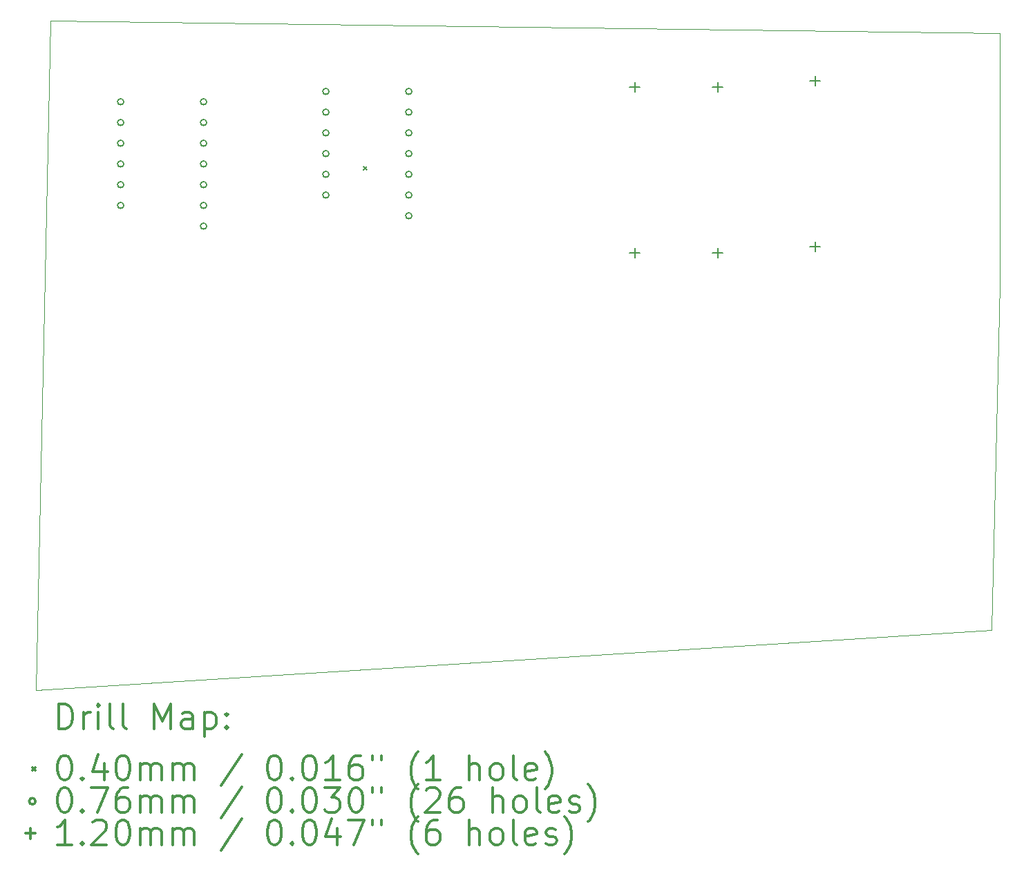
<source format=gbr>
%FSLAX45Y45*%
G04 Gerber Fmt 4.5, Leading zero omitted, Abs format (unit mm)*
G04 Created by KiCad (PCBNEW (5.1.9)-1) date 2021-10-21 17:44:24*
%MOMM*%
%LPD*%
G01*
G04 APERTURE LIST*
%TA.AperFunction,Profile*%
%ADD10C,0.050000*%
%TD*%
%ADD11C,0.200000*%
%ADD12C,0.300000*%
G04 APERTURE END LIST*
D10*
X21717000Y-11252200D02*
X21818600Y-7010400D01*
X10007600Y-11988800D02*
X21717000Y-11252200D01*
X10185400Y-3784600D02*
X10007600Y-11988800D01*
X21818600Y-3937000D02*
X10185400Y-3784600D01*
X21818600Y-7010400D02*
X21818600Y-3937000D01*
D11*
X14026200Y-5568000D02*
X14066200Y-5608000D01*
X14066200Y-5568000D02*
X14026200Y-5608000D01*
X11087100Y-4775200D02*
G75*
G03*
X11087100Y-4775200I-38100J0D01*
G01*
X11087100Y-5029200D02*
G75*
G03*
X11087100Y-5029200I-38100J0D01*
G01*
X11087100Y-5283200D02*
G75*
G03*
X11087100Y-5283200I-38100J0D01*
G01*
X11087100Y-5537200D02*
G75*
G03*
X11087100Y-5537200I-38100J0D01*
G01*
X11087100Y-5791200D02*
G75*
G03*
X11087100Y-5791200I-38100J0D01*
G01*
X11087100Y-6045200D02*
G75*
G03*
X11087100Y-6045200I-38100J0D01*
G01*
X12103100Y-4775200D02*
G75*
G03*
X12103100Y-4775200I-38100J0D01*
G01*
X12103100Y-5029200D02*
G75*
G03*
X12103100Y-5029200I-38100J0D01*
G01*
X12103100Y-5283200D02*
G75*
G03*
X12103100Y-5283200I-38100J0D01*
G01*
X12103100Y-5537200D02*
G75*
G03*
X12103100Y-5537200I-38100J0D01*
G01*
X12103100Y-5791200D02*
G75*
G03*
X12103100Y-5791200I-38100J0D01*
G01*
X12103100Y-6045200D02*
G75*
G03*
X12103100Y-6045200I-38100J0D01*
G01*
X12103100Y-6299200D02*
G75*
G03*
X12103100Y-6299200I-38100J0D01*
G01*
X13601700Y-4648200D02*
G75*
G03*
X13601700Y-4648200I-38100J0D01*
G01*
X13601700Y-4902200D02*
G75*
G03*
X13601700Y-4902200I-38100J0D01*
G01*
X13601700Y-5156200D02*
G75*
G03*
X13601700Y-5156200I-38100J0D01*
G01*
X13601700Y-5410200D02*
G75*
G03*
X13601700Y-5410200I-38100J0D01*
G01*
X13601700Y-5664200D02*
G75*
G03*
X13601700Y-5664200I-38100J0D01*
G01*
X13601700Y-5918200D02*
G75*
G03*
X13601700Y-5918200I-38100J0D01*
G01*
X14617700Y-4648200D02*
G75*
G03*
X14617700Y-4648200I-38100J0D01*
G01*
X14617700Y-4902200D02*
G75*
G03*
X14617700Y-4902200I-38100J0D01*
G01*
X14617700Y-5156200D02*
G75*
G03*
X14617700Y-5156200I-38100J0D01*
G01*
X14617700Y-5410200D02*
G75*
G03*
X14617700Y-5410200I-38100J0D01*
G01*
X14617700Y-5664200D02*
G75*
G03*
X14617700Y-5664200I-38100J0D01*
G01*
X14617700Y-5918200D02*
G75*
G03*
X14617700Y-5918200I-38100J0D01*
G01*
X14617700Y-6172200D02*
G75*
G03*
X14617700Y-6172200I-38100J0D01*
G01*
X17348200Y-4537400D02*
X17348200Y-4657400D01*
X17288200Y-4597400D02*
X17408200Y-4597400D01*
X17348200Y-6569400D02*
X17348200Y-6689400D01*
X17288200Y-6629400D02*
X17408200Y-6629400D01*
X18364200Y-4537400D02*
X18364200Y-4657400D01*
X18304200Y-4597400D02*
X18424200Y-4597400D01*
X18364200Y-6569400D02*
X18364200Y-6689400D01*
X18304200Y-6629400D02*
X18424200Y-6629400D01*
X19558000Y-4461200D02*
X19558000Y-4581200D01*
X19498000Y-4521200D02*
X19618000Y-4521200D01*
X19558000Y-6493200D02*
X19558000Y-6613200D01*
X19498000Y-6553200D02*
X19618000Y-6553200D01*
D12*
X10291528Y-12457014D02*
X10291528Y-12157014D01*
X10362957Y-12157014D01*
X10405814Y-12171300D01*
X10434386Y-12199871D01*
X10448671Y-12228443D01*
X10462957Y-12285586D01*
X10462957Y-12328443D01*
X10448671Y-12385586D01*
X10434386Y-12414157D01*
X10405814Y-12442729D01*
X10362957Y-12457014D01*
X10291528Y-12457014D01*
X10591528Y-12457014D02*
X10591528Y-12257014D01*
X10591528Y-12314157D02*
X10605814Y-12285586D01*
X10620100Y-12271300D01*
X10648671Y-12257014D01*
X10677243Y-12257014D01*
X10777243Y-12457014D02*
X10777243Y-12257014D01*
X10777243Y-12157014D02*
X10762957Y-12171300D01*
X10777243Y-12185586D01*
X10791528Y-12171300D01*
X10777243Y-12157014D01*
X10777243Y-12185586D01*
X10962957Y-12457014D02*
X10934386Y-12442729D01*
X10920100Y-12414157D01*
X10920100Y-12157014D01*
X11120100Y-12457014D02*
X11091528Y-12442729D01*
X11077243Y-12414157D01*
X11077243Y-12157014D01*
X11462957Y-12457014D02*
X11462957Y-12157014D01*
X11562957Y-12371300D01*
X11662957Y-12157014D01*
X11662957Y-12457014D01*
X11934386Y-12457014D02*
X11934386Y-12299871D01*
X11920100Y-12271300D01*
X11891528Y-12257014D01*
X11834386Y-12257014D01*
X11805814Y-12271300D01*
X11934386Y-12442729D02*
X11905814Y-12457014D01*
X11834386Y-12457014D01*
X11805814Y-12442729D01*
X11791528Y-12414157D01*
X11791528Y-12385586D01*
X11805814Y-12357014D01*
X11834386Y-12342729D01*
X11905814Y-12342729D01*
X11934386Y-12328443D01*
X12077243Y-12257014D02*
X12077243Y-12557014D01*
X12077243Y-12271300D02*
X12105814Y-12257014D01*
X12162957Y-12257014D01*
X12191528Y-12271300D01*
X12205814Y-12285586D01*
X12220100Y-12314157D01*
X12220100Y-12399871D01*
X12205814Y-12428443D01*
X12191528Y-12442729D01*
X12162957Y-12457014D01*
X12105814Y-12457014D01*
X12077243Y-12442729D01*
X12348671Y-12428443D02*
X12362957Y-12442729D01*
X12348671Y-12457014D01*
X12334386Y-12442729D01*
X12348671Y-12428443D01*
X12348671Y-12457014D01*
X12348671Y-12271300D02*
X12362957Y-12285586D01*
X12348671Y-12299871D01*
X12334386Y-12285586D01*
X12348671Y-12271300D01*
X12348671Y-12299871D01*
X9965100Y-12931300D02*
X10005100Y-12971300D01*
X10005100Y-12931300D02*
X9965100Y-12971300D01*
X10348671Y-12787014D02*
X10377243Y-12787014D01*
X10405814Y-12801300D01*
X10420100Y-12815586D01*
X10434386Y-12844157D01*
X10448671Y-12901300D01*
X10448671Y-12972729D01*
X10434386Y-13029871D01*
X10420100Y-13058443D01*
X10405814Y-13072729D01*
X10377243Y-13087014D01*
X10348671Y-13087014D01*
X10320100Y-13072729D01*
X10305814Y-13058443D01*
X10291528Y-13029871D01*
X10277243Y-12972729D01*
X10277243Y-12901300D01*
X10291528Y-12844157D01*
X10305814Y-12815586D01*
X10320100Y-12801300D01*
X10348671Y-12787014D01*
X10577243Y-13058443D02*
X10591528Y-13072729D01*
X10577243Y-13087014D01*
X10562957Y-13072729D01*
X10577243Y-13058443D01*
X10577243Y-13087014D01*
X10848671Y-12887014D02*
X10848671Y-13087014D01*
X10777243Y-12772729D02*
X10705814Y-12987014D01*
X10891528Y-12987014D01*
X11062957Y-12787014D02*
X11091528Y-12787014D01*
X11120100Y-12801300D01*
X11134386Y-12815586D01*
X11148671Y-12844157D01*
X11162957Y-12901300D01*
X11162957Y-12972729D01*
X11148671Y-13029871D01*
X11134386Y-13058443D01*
X11120100Y-13072729D01*
X11091528Y-13087014D01*
X11062957Y-13087014D01*
X11034386Y-13072729D01*
X11020100Y-13058443D01*
X11005814Y-13029871D01*
X10991528Y-12972729D01*
X10991528Y-12901300D01*
X11005814Y-12844157D01*
X11020100Y-12815586D01*
X11034386Y-12801300D01*
X11062957Y-12787014D01*
X11291528Y-13087014D02*
X11291528Y-12887014D01*
X11291528Y-12915586D02*
X11305814Y-12901300D01*
X11334386Y-12887014D01*
X11377243Y-12887014D01*
X11405814Y-12901300D01*
X11420100Y-12929871D01*
X11420100Y-13087014D01*
X11420100Y-12929871D02*
X11434386Y-12901300D01*
X11462957Y-12887014D01*
X11505814Y-12887014D01*
X11534386Y-12901300D01*
X11548671Y-12929871D01*
X11548671Y-13087014D01*
X11691528Y-13087014D02*
X11691528Y-12887014D01*
X11691528Y-12915586D02*
X11705814Y-12901300D01*
X11734386Y-12887014D01*
X11777243Y-12887014D01*
X11805814Y-12901300D01*
X11820100Y-12929871D01*
X11820100Y-13087014D01*
X11820100Y-12929871D02*
X11834386Y-12901300D01*
X11862957Y-12887014D01*
X11905814Y-12887014D01*
X11934386Y-12901300D01*
X11948671Y-12929871D01*
X11948671Y-13087014D01*
X12534386Y-12772729D02*
X12277243Y-13158443D01*
X12920100Y-12787014D02*
X12948671Y-12787014D01*
X12977243Y-12801300D01*
X12991528Y-12815586D01*
X13005814Y-12844157D01*
X13020100Y-12901300D01*
X13020100Y-12972729D01*
X13005814Y-13029871D01*
X12991528Y-13058443D01*
X12977243Y-13072729D01*
X12948671Y-13087014D01*
X12920100Y-13087014D01*
X12891528Y-13072729D01*
X12877243Y-13058443D01*
X12862957Y-13029871D01*
X12848671Y-12972729D01*
X12848671Y-12901300D01*
X12862957Y-12844157D01*
X12877243Y-12815586D01*
X12891528Y-12801300D01*
X12920100Y-12787014D01*
X13148671Y-13058443D02*
X13162957Y-13072729D01*
X13148671Y-13087014D01*
X13134386Y-13072729D01*
X13148671Y-13058443D01*
X13148671Y-13087014D01*
X13348671Y-12787014D02*
X13377243Y-12787014D01*
X13405814Y-12801300D01*
X13420100Y-12815586D01*
X13434386Y-12844157D01*
X13448671Y-12901300D01*
X13448671Y-12972729D01*
X13434386Y-13029871D01*
X13420100Y-13058443D01*
X13405814Y-13072729D01*
X13377243Y-13087014D01*
X13348671Y-13087014D01*
X13320100Y-13072729D01*
X13305814Y-13058443D01*
X13291528Y-13029871D01*
X13277243Y-12972729D01*
X13277243Y-12901300D01*
X13291528Y-12844157D01*
X13305814Y-12815586D01*
X13320100Y-12801300D01*
X13348671Y-12787014D01*
X13734386Y-13087014D02*
X13562957Y-13087014D01*
X13648671Y-13087014D02*
X13648671Y-12787014D01*
X13620100Y-12829871D01*
X13591528Y-12858443D01*
X13562957Y-12872729D01*
X13991528Y-12787014D02*
X13934386Y-12787014D01*
X13905814Y-12801300D01*
X13891528Y-12815586D01*
X13862957Y-12858443D01*
X13848671Y-12915586D01*
X13848671Y-13029871D01*
X13862957Y-13058443D01*
X13877243Y-13072729D01*
X13905814Y-13087014D01*
X13962957Y-13087014D01*
X13991528Y-13072729D01*
X14005814Y-13058443D01*
X14020100Y-13029871D01*
X14020100Y-12958443D01*
X14005814Y-12929871D01*
X13991528Y-12915586D01*
X13962957Y-12901300D01*
X13905814Y-12901300D01*
X13877243Y-12915586D01*
X13862957Y-12929871D01*
X13848671Y-12958443D01*
X14134386Y-12787014D02*
X14134386Y-12844157D01*
X14248671Y-12787014D02*
X14248671Y-12844157D01*
X14691528Y-13201300D02*
X14677243Y-13187014D01*
X14648671Y-13144157D01*
X14634386Y-13115586D01*
X14620100Y-13072729D01*
X14605814Y-13001300D01*
X14605814Y-12944157D01*
X14620100Y-12872729D01*
X14634386Y-12829871D01*
X14648671Y-12801300D01*
X14677243Y-12758443D01*
X14691528Y-12744157D01*
X14962957Y-13087014D02*
X14791528Y-13087014D01*
X14877243Y-13087014D02*
X14877243Y-12787014D01*
X14848671Y-12829871D01*
X14820100Y-12858443D01*
X14791528Y-12872729D01*
X15320100Y-13087014D02*
X15320100Y-12787014D01*
X15448671Y-13087014D02*
X15448671Y-12929871D01*
X15434386Y-12901300D01*
X15405814Y-12887014D01*
X15362957Y-12887014D01*
X15334386Y-12901300D01*
X15320100Y-12915586D01*
X15634386Y-13087014D02*
X15605814Y-13072729D01*
X15591528Y-13058443D01*
X15577243Y-13029871D01*
X15577243Y-12944157D01*
X15591528Y-12915586D01*
X15605814Y-12901300D01*
X15634386Y-12887014D01*
X15677243Y-12887014D01*
X15705814Y-12901300D01*
X15720100Y-12915586D01*
X15734386Y-12944157D01*
X15734386Y-13029871D01*
X15720100Y-13058443D01*
X15705814Y-13072729D01*
X15677243Y-13087014D01*
X15634386Y-13087014D01*
X15905814Y-13087014D02*
X15877243Y-13072729D01*
X15862957Y-13044157D01*
X15862957Y-12787014D01*
X16134386Y-13072729D02*
X16105814Y-13087014D01*
X16048671Y-13087014D01*
X16020100Y-13072729D01*
X16005814Y-13044157D01*
X16005814Y-12929871D01*
X16020100Y-12901300D01*
X16048671Y-12887014D01*
X16105814Y-12887014D01*
X16134386Y-12901300D01*
X16148671Y-12929871D01*
X16148671Y-12958443D01*
X16005814Y-12987014D01*
X16248671Y-13201300D02*
X16262957Y-13187014D01*
X16291528Y-13144157D01*
X16305814Y-13115586D01*
X16320100Y-13072729D01*
X16334386Y-13001300D01*
X16334386Y-12944157D01*
X16320100Y-12872729D01*
X16305814Y-12829871D01*
X16291528Y-12801300D01*
X16262957Y-12758443D01*
X16248671Y-12744157D01*
X10005100Y-13347300D02*
G75*
G03*
X10005100Y-13347300I-38100J0D01*
G01*
X10348671Y-13183014D02*
X10377243Y-13183014D01*
X10405814Y-13197300D01*
X10420100Y-13211586D01*
X10434386Y-13240157D01*
X10448671Y-13297300D01*
X10448671Y-13368729D01*
X10434386Y-13425871D01*
X10420100Y-13454443D01*
X10405814Y-13468729D01*
X10377243Y-13483014D01*
X10348671Y-13483014D01*
X10320100Y-13468729D01*
X10305814Y-13454443D01*
X10291528Y-13425871D01*
X10277243Y-13368729D01*
X10277243Y-13297300D01*
X10291528Y-13240157D01*
X10305814Y-13211586D01*
X10320100Y-13197300D01*
X10348671Y-13183014D01*
X10577243Y-13454443D02*
X10591528Y-13468729D01*
X10577243Y-13483014D01*
X10562957Y-13468729D01*
X10577243Y-13454443D01*
X10577243Y-13483014D01*
X10691528Y-13183014D02*
X10891528Y-13183014D01*
X10762957Y-13483014D01*
X11134386Y-13183014D02*
X11077243Y-13183014D01*
X11048671Y-13197300D01*
X11034386Y-13211586D01*
X11005814Y-13254443D01*
X10991528Y-13311586D01*
X10991528Y-13425871D01*
X11005814Y-13454443D01*
X11020100Y-13468729D01*
X11048671Y-13483014D01*
X11105814Y-13483014D01*
X11134386Y-13468729D01*
X11148671Y-13454443D01*
X11162957Y-13425871D01*
X11162957Y-13354443D01*
X11148671Y-13325871D01*
X11134386Y-13311586D01*
X11105814Y-13297300D01*
X11048671Y-13297300D01*
X11020100Y-13311586D01*
X11005814Y-13325871D01*
X10991528Y-13354443D01*
X11291528Y-13483014D02*
X11291528Y-13283014D01*
X11291528Y-13311586D02*
X11305814Y-13297300D01*
X11334386Y-13283014D01*
X11377243Y-13283014D01*
X11405814Y-13297300D01*
X11420100Y-13325871D01*
X11420100Y-13483014D01*
X11420100Y-13325871D02*
X11434386Y-13297300D01*
X11462957Y-13283014D01*
X11505814Y-13283014D01*
X11534386Y-13297300D01*
X11548671Y-13325871D01*
X11548671Y-13483014D01*
X11691528Y-13483014D02*
X11691528Y-13283014D01*
X11691528Y-13311586D02*
X11705814Y-13297300D01*
X11734386Y-13283014D01*
X11777243Y-13283014D01*
X11805814Y-13297300D01*
X11820100Y-13325871D01*
X11820100Y-13483014D01*
X11820100Y-13325871D02*
X11834386Y-13297300D01*
X11862957Y-13283014D01*
X11905814Y-13283014D01*
X11934386Y-13297300D01*
X11948671Y-13325871D01*
X11948671Y-13483014D01*
X12534386Y-13168729D02*
X12277243Y-13554443D01*
X12920100Y-13183014D02*
X12948671Y-13183014D01*
X12977243Y-13197300D01*
X12991528Y-13211586D01*
X13005814Y-13240157D01*
X13020100Y-13297300D01*
X13020100Y-13368729D01*
X13005814Y-13425871D01*
X12991528Y-13454443D01*
X12977243Y-13468729D01*
X12948671Y-13483014D01*
X12920100Y-13483014D01*
X12891528Y-13468729D01*
X12877243Y-13454443D01*
X12862957Y-13425871D01*
X12848671Y-13368729D01*
X12848671Y-13297300D01*
X12862957Y-13240157D01*
X12877243Y-13211586D01*
X12891528Y-13197300D01*
X12920100Y-13183014D01*
X13148671Y-13454443D02*
X13162957Y-13468729D01*
X13148671Y-13483014D01*
X13134386Y-13468729D01*
X13148671Y-13454443D01*
X13148671Y-13483014D01*
X13348671Y-13183014D02*
X13377243Y-13183014D01*
X13405814Y-13197300D01*
X13420100Y-13211586D01*
X13434386Y-13240157D01*
X13448671Y-13297300D01*
X13448671Y-13368729D01*
X13434386Y-13425871D01*
X13420100Y-13454443D01*
X13405814Y-13468729D01*
X13377243Y-13483014D01*
X13348671Y-13483014D01*
X13320100Y-13468729D01*
X13305814Y-13454443D01*
X13291528Y-13425871D01*
X13277243Y-13368729D01*
X13277243Y-13297300D01*
X13291528Y-13240157D01*
X13305814Y-13211586D01*
X13320100Y-13197300D01*
X13348671Y-13183014D01*
X13548671Y-13183014D02*
X13734386Y-13183014D01*
X13634386Y-13297300D01*
X13677243Y-13297300D01*
X13705814Y-13311586D01*
X13720100Y-13325871D01*
X13734386Y-13354443D01*
X13734386Y-13425871D01*
X13720100Y-13454443D01*
X13705814Y-13468729D01*
X13677243Y-13483014D01*
X13591528Y-13483014D01*
X13562957Y-13468729D01*
X13548671Y-13454443D01*
X13920100Y-13183014D02*
X13948671Y-13183014D01*
X13977243Y-13197300D01*
X13991528Y-13211586D01*
X14005814Y-13240157D01*
X14020100Y-13297300D01*
X14020100Y-13368729D01*
X14005814Y-13425871D01*
X13991528Y-13454443D01*
X13977243Y-13468729D01*
X13948671Y-13483014D01*
X13920100Y-13483014D01*
X13891528Y-13468729D01*
X13877243Y-13454443D01*
X13862957Y-13425871D01*
X13848671Y-13368729D01*
X13848671Y-13297300D01*
X13862957Y-13240157D01*
X13877243Y-13211586D01*
X13891528Y-13197300D01*
X13920100Y-13183014D01*
X14134386Y-13183014D02*
X14134386Y-13240157D01*
X14248671Y-13183014D02*
X14248671Y-13240157D01*
X14691528Y-13597300D02*
X14677243Y-13583014D01*
X14648671Y-13540157D01*
X14634386Y-13511586D01*
X14620100Y-13468729D01*
X14605814Y-13397300D01*
X14605814Y-13340157D01*
X14620100Y-13268729D01*
X14634386Y-13225871D01*
X14648671Y-13197300D01*
X14677243Y-13154443D01*
X14691528Y-13140157D01*
X14791528Y-13211586D02*
X14805814Y-13197300D01*
X14834386Y-13183014D01*
X14905814Y-13183014D01*
X14934386Y-13197300D01*
X14948671Y-13211586D01*
X14962957Y-13240157D01*
X14962957Y-13268729D01*
X14948671Y-13311586D01*
X14777243Y-13483014D01*
X14962957Y-13483014D01*
X15220100Y-13183014D02*
X15162957Y-13183014D01*
X15134386Y-13197300D01*
X15120100Y-13211586D01*
X15091528Y-13254443D01*
X15077243Y-13311586D01*
X15077243Y-13425871D01*
X15091528Y-13454443D01*
X15105814Y-13468729D01*
X15134386Y-13483014D01*
X15191528Y-13483014D01*
X15220100Y-13468729D01*
X15234386Y-13454443D01*
X15248671Y-13425871D01*
X15248671Y-13354443D01*
X15234386Y-13325871D01*
X15220100Y-13311586D01*
X15191528Y-13297300D01*
X15134386Y-13297300D01*
X15105814Y-13311586D01*
X15091528Y-13325871D01*
X15077243Y-13354443D01*
X15605814Y-13483014D02*
X15605814Y-13183014D01*
X15734386Y-13483014D02*
X15734386Y-13325871D01*
X15720100Y-13297300D01*
X15691528Y-13283014D01*
X15648671Y-13283014D01*
X15620100Y-13297300D01*
X15605814Y-13311586D01*
X15920100Y-13483014D02*
X15891528Y-13468729D01*
X15877243Y-13454443D01*
X15862957Y-13425871D01*
X15862957Y-13340157D01*
X15877243Y-13311586D01*
X15891528Y-13297300D01*
X15920100Y-13283014D01*
X15962957Y-13283014D01*
X15991528Y-13297300D01*
X16005814Y-13311586D01*
X16020100Y-13340157D01*
X16020100Y-13425871D01*
X16005814Y-13454443D01*
X15991528Y-13468729D01*
X15962957Y-13483014D01*
X15920100Y-13483014D01*
X16191528Y-13483014D02*
X16162957Y-13468729D01*
X16148671Y-13440157D01*
X16148671Y-13183014D01*
X16420100Y-13468729D02*
X16391528Y-13483014D01*
X16334386Y-13483014D01*
X16305814Y-13468729D01*
X16291528Y-13440157D01*
X16291528Y-13325871D01*
X16305814Y-13297300D01*
X16334386Y-13283014D01*
X16391528Y-13283014D01*
X16420100Y-13297300D01*
X16434386Y-13325871D01*
X16434386Y-13354443D01*
X16291528Y-13383014D01*
X16548671Y-13468729D02*
X16577243Y-13483014D01*
X16634386Y-13483014D01*
X16662957Y-13468729D01*
X16677243Y-13440157D01*
X16677243Y-13425871D01*
X16662957Y-13397300D01*
X16634386Y-13383014D01*
X16591528Y-13383014D01*
X16562957Y-13368729D01*
X16548671Y-13340157D01*
X16548671Y-13325871D01*
X16562957Y-13297300D01*
X16591528Y-13283014D01*
X16634386Y-13283014D01*
X16662957Y-13297300D01*
X16777243Y-13597300D02*
X16791528Y-13583014D01*
X16820100Y-13540157D01*
X16834386Y-13511586D01*
X16848671Y-13468729D01*
X16862957Y-13397300D01*
X16862957Y-13340157D01*
X16848671Y-13268729D01*
X16834386Y-13225871D01*
X16820100Y-13197300D01*
X16791528Y-13154443D01*
X16777243Y-13140157D01*
X9945100Y-13683300D02*
X9945100Y-13803300D01*
X9885100Y-13743300D02*
X10005100Y-13743300D01*
X10448671Y-13879014D02*
X10277243Y-13879014D01*
X10362957Y-13879014D02*
X10362957Y-13579014D01*
X10334386Y-13621871D01*
X10305814Y-13650443D01*
X10277243Y-13664729D01*
X10577243Y-13850443D02*
X10591528Y-13864729D01*
X10577243Y-13879014D01*
X10562957Y-13864729D01*
X10577243Y-13850443D01*
X10577243Y-13879014D01*
X10705814Y-13607586D02*
X10720100Y-13593300D01*
X10748671Y-13579014D01*
X10820100Y-13579014D01*
X10848671Y-13593300D01*
X10862957Y-13607586D01*
X10877243Y-13636157D01*
X10877243Y-13664729D01*
X10862957Y-13707586D01*
X10691528Y-13879014D01*
X10877243Y-13879014D01*
X11062957Y-13579014D02*
X11091528Y-13579014D01*
X11120100Y-13593300D01*
X11134386Y-13607586D01*
X11148671Y-13636157D01*
X11162957Y-13693300D01*
X11162957Y-13764729D01*
X11148671Y-13821871D01*
X11134386Y-13850443D01*
X11120100Y-13864729D01*
X11091528Y-13879014D01*
X11062957Y-13879014D01*
X11034386Y-13864729D01*
X11020100Y-13850443D01*
X11005814Y-13821871D01*
X10991528Y-13764729D01*
X10991528Y-13693300D01*
X11005814Y-13636157D01*
X11020100Y-13607586D01*
X11034386Y-13593300D01*
X11062957Y-13579014D01*
X11291528Y-13879014D02*
X11291528Y-13679014D01*
X11291528Y-13707586D02*
X11305814Y-13693300D01*
X11334386Y-13679014D01*
X11377243Y-13679014D01*
X11405814Y-13693300D01*
X11420100Y-13721871D01*
X11420100Y-13879014D01*
X11420100Y-13721871D02*
X11434386Y-13693300D01*
X11462957Y-13679014D01*
X11505814Y-13679014D01*
X11534386Y-13693300D01*
X11548671Y-13721871D01*
X11548671Y-13879014D01*
X11691528Y-13879014D02*
X11691528Y-13679014D01*
X11691528Y-13707586D02*
X11705814Y-13693300D01*
X11734386Y-13679014D01*
X11777243Y-13679014D01*
X11805814Y-13693300D01*
X11820100Y-13721871D01*
X11820100Y-13879014D01*
X11820100Y-13721871D02*
X11834386Y-13693300D01*
X11862957Y-13679014D01*
X11905814Y-13679014D01*
X11934386Y-13693300D01*
X11948671Y-13721871D01*
X11948671Y-13879014D01*
X12534386Y-13564729D02*
X12277243Y-13950443D01*
X12920100Y-13579014D02*
X12948671Y-13579014D01*
X12977243Y-13593300D01*
X12991528Y-13607586D01*
X13005814Y-13636157D01*
X13020100Y-13693300D01*
X13020100Y-13764729D01*
X13005814Y-13821871D01*
X12991528Y-13850443D01*
X12977243Y-13864729D01*
X12948671Y-13879014D01*
X12920100Y-13879014D01*
X12891528Y-13864729D01*
X12877243Y-13850443D01*
X12862957Y-13821871D01*
X12848671Y-13764729D01*
X12848671Y-13693300D01*
X12862957Y-13636157D01*
X12877243Y-13607586D01*
X12891528Y-13593300D01*
X12920100Y-13579014D01*
X13148671Y-13850443D02*
X13162957Y-13864729D01*
X13148671Y-13879014D01*
X13134386Y-13864729D01*
X13148671Y-13850443D01*
X13148671Y-13879014D01*
X13348671Y-13579014D02*
X13377243Y-13579014D01*
X13405814Y-13593300D01*
X13420100Y-13607586D01*
X13434386Y-13636157D01*
X13448671Y-13693300D01*
X13448671Y-13764729D01*
X13434386Y-13821871D01*
X13420100Y-13850443D01*
X13405814Y-13864729D01*
X13377243Y-13879014D01*
X13348671Y-13879014D01*
X13320100Y-13864729D01*
X13305814Y-13850443D01*
X13291528Y-13821871D01*
X13277243Y-13764729D01*
X13277243Y-13693300D01*
X13291528Y-13636157D01*
X13305814Y-13607586D01*
X13320100Y-13593300D01*
X13348671Y-13579014D01*
X13705814Y-13679014D02*
X13705814Y-13879014D01*
X13634386Y-13564729D02*
X13562957Y-13779014D01*
X13748671Y-13779014D01*
X13834386Y-13579014D02*
X14034386Y-13579014D01*
X13905814Y-13879014D01*
X14134386Y-13579014D02*
X14134386Y-13636157D01*
X14248671Y-13579014D02*
X14248671Y-13636157D01*
X14691528Y-13993300D02*
X14677243Y-13979014D01*
X14648671Y-13936157D01*
X14634386Y-13907586D01*
X14620100Y-13864729D01*
X14605814Y-13793300D01*
X14605814Y-13736157D01*
X14620100Y-13664729D01*
X14634386Y-13621871D01*
X14648671Y-13593300D01*
X14677243Y-13550443D01*
X14691528Y-13536157D01*
X14934386Y-13579014D02*
X14877243Y-13579014D01*
X14848671Y-13593300D01*
X14834386Y-13607586D01*
X14805814Y-13650443D01*
X14791528Y-13707586D01*
X14791528Y-13821871D01*
X14805814Y-13850443D01*
X14820100Y-13864729D01*
X14848671Y-13879014D01*
X14905814Y-13879014D01*
X14934386Y-13864729D01*
X14948671Y-13850443D01*
X14962957Y-13821871D01*
X14962957Y-13750443D01*
X14948671Y-13721871D01*
X14934386Y-13707586D01*
X14905814Y-13693300D01*
X14848671Y-13693300D01*
X14820100Y-13707586D01*
X14805814Y-13721871D01*
X14791528Y-13750443D01*
X15320100Y-13879014D02*
X15320100Y-13579014D01*
X15448671Y-13879014D02*
X15448671Y-13721871D01*
X15434386Y-13693300D01*
X15405814Y-13679014D01*
X15362957Y-13679014D01*
X15334386Y-13693300D01*
X15320100Y-13707586D01*
X15634386Y-13879014D02*
X15605814Y-13864729D01*
X15591528Y-13850443D01*
X15577243Y-13821871D01*
X15577243Y-13736157D01*
X15591528Y-13707586D01*
X15605814Y-13693300D01*
X15634386Y-13679014D01*
X15677243Y-13679014D01*
X15705814Y-13693300D01*
X15720100Y-13707586D01*
X15734386Y-13736157D01*
X15734386Y-13821871D01*
X15720100Y-13850443D01*
X15705814Y-13864729D01*
X15677243Y-13879014D01*
X15634386Y-13879014D01*
X15905814Y-13879014D02*
X15877243Y-13864729D01*
X15862957Y-13836157D01*
X15862957Y-13579014D01*
X16134386Y-13864729D02*
X16105814Y-13879014D01*
X16048671Y-13879014D01*
X16020100Y-13864729D01*
X16005814Y-13836157D01*
X16005814Y-13721871D01*
X16020100Y-13693300D01*
X16048671Y-13679014D01*
X16105814Y-13679014D01*
X16134386Y-13693300D01*
X16148671Y-13721871D01*
X16148671Y-13750443D01*
X16005814Y-13779014D01*
X16262957Y-13864729D02*
X16291528Y-13879014D01*
X16348671Y-13879014D01*
X16377243Y-13864729D01*
X16391528Y-13836157D01*
X16391528Y-13821871D01*
X16377243Y-13793300D01*
X16348671Y-13779014D01*
X16305814Y-13779014D01*
X16277243Y-13764729D01*
X16262957Y-13736157D01*
X16262957Y-13721871D01*
X16277243Y-13693300D01*
X16305814Y-13679014D01*
X16348671Y-13679014D01*
X16377243Y-13693300D01*
X16491528Y-13993300D02*
X16505814Y-13979014D01*
X16534386Y-13936157D01*
X16548671Y-13907586D01*
X16562957Y-13864729D01*
X16577243Y-13793300D01*
X16577243Y-13736157D01*
X16562957Y-13664729D01*
X16548671Y-13621871D01*
X16534386Y-13593300D01*
X16505814Y-13550443D01*
X16491528Y-13536157D01*
M02*

</source>
